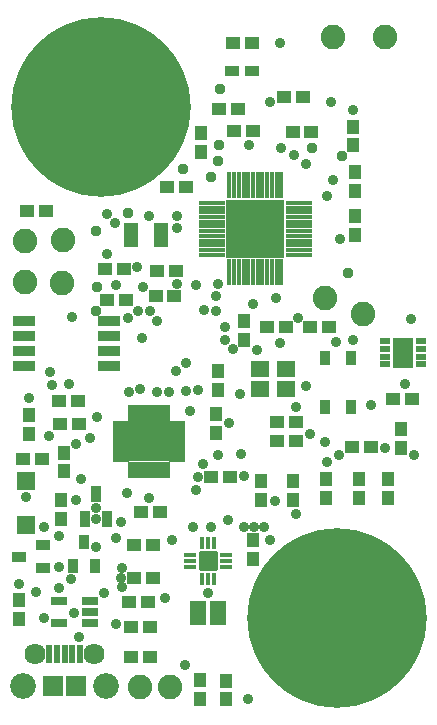
<source format=gbr>
G04 EAGLE Gerber RS-274X export*
G75*
%MOMM*%
%FSLAX34Y34*%
%LPD*%
%INSoldermask Top*%
%IPPOS*%
%AMOC8*
5,1,8,0,0,1.08239X$1,22.5*%
G01*
%ADD10R,1.103200X1.253200*%
%ADD11R,1.603200X1.603200*%
%ADD12R,1.403200X0.753200*%
%ADD13C,2.082800*%
%ADD14R,0.838200X1.219200*%
%ADD15R,1.253200X1.103200*%
%ADD16R,0.853200X1.453200*%
%ADD17R,1.403200X2.003200*%
%ADD18R,1.303200X0.853200*%
%ADD19R,0.473200X1.353200*%
%ADD20R,1.353200X0.473200*%
%ADD21R,3.353200X3.353200*%
%ADD22R,2.203200X0.403200*%
%ADD23R,0.403200X2.203200*%
%ADD24R,4.903200X4.903200*%
%ADD25C,1.111200*%
%ADD26R,0.953200X0.553200*%
%ADD27R,1.803200X2.603200*%
%ADD28R,1.853200X0.853200*%
%ADD29R,1.303200X0.953200*%
%ADD30R,0.453200X1.057200*%
%ADD31R,1.057200X0.453200*%
%ADD32C,0.247978*%
%ADD33R,1.303200X2.103200*%
%ADD34R,1.603200X1.403200*%
%ADD35R,0.853200X1.253200*%
%ADD36R,0.603200X1.553200*%
%ADD37C,1.785400*%
%ADD38C,2.183200*%
%ADD39R,1.703200X1.753200*%
%ADD40C,0.908800*%
%ADD41C,0.958800*%
%ADD42C,1.403200*%
%ADD43C,15.203200*%


D10*
X168400Y30500D03*
X168400Y14500D03*
X15000Y82000D03*
X15000Y98000D03*
X213360Y132570D03*
X213360Y148570D03*
D11*
X20600Y162100D03*
X20600Y199100D03*
D12*
X74700Y78500D03*
X74700Y88000D03*
X74700Y97500D03*
X48700Y97500D03*
X48700Y78500D03*
D13*
X142500Y24800D03*
X117100Y24800D03*
D14*
X69800Y147200D03*
X79300Y127200D03*
X60300Y127200D03*
D15*
X108000Y96380D03*
X124000Y96380D03*
X18400Y217400D03*
X34400Y217400D03*
D10*
X219600Y182600D03*
X219600Y198600D03*
D15*
X128000Y117000D03*
X112000Y117000D03*
D16*
X70500Y167000D03*
X89500Y167000D03*
X80000Y188000D03*
D15*
X49000Y267000D03*
X65000Y267000D03*
D17*
X183420Y87500D03*
X166420Y87500D03*
D10*
X190500Y14000D03*
X190500Y30000D03*
D15*
X110000Y50000D03*
X126000Y50000D03*
D18*
X35500Y125400D03*
X35500Y144600D03*
X14500Y135000D03*
D15*
X110000Y75000D03*
X126000Y75000D03*
D19*
X110000Y208500D03*
X115000Y208500D03*
X120000Y208500D03*
X125000Y208500D03*
X130000Y208500D03*
X135000Y208500D03*
X140000Y208500D03*
D20*
X149000Y217500D03*
X149000Y222500D03*
X149000Y227500D03*
X149000Y232500D03*
X149000Y237500D03*
X149000Y242500D03*
X149000Y247500D03*
D19*
X140000Y256500D03*
X135000Y256500D03*
X130000Y256500D03*
X125000Y256500D03*
X120000Y256500D03*
X115000Y256500D03*
X110000Y256500D03*
D20*
X101000Y247500D03*
X101000Y242500D03*
X101000Y237500D03*
X101000Y232500D03*
X101000Y227500D03*
X101000Y222500D03*
X101000Y217500D03*
D21*
X125000Y232500D03*
D10*
X23000Y255000D03*
X23000Y239000D03*
D15*
X22000Y427500D03*
X38000Y427500D03*
D10*
X327500Y184500D03*
X327500Y200500D03*
X302500Y184500D03*
X302500Y200500D03*
X275000Y184500D03*
X275000Y200500D03*
D15*
X134000Y173000D03*
X118000Y173000D03*
X49500Y247500D03*
X65500Y247500D03*
X233500Y232500D03*
X249500Y232500D03*
X177500Y202000D03*
X193500Y202000D03*
D10*
X182000Y255500D03*
X182000Y239500D03*
X246500Y199000D03*
X246500Y183000D03*
D15*
X128000Y145000D03*
X112000Y145000D03*
D10*
X50000Y183000D03*
X50000Y167000D03*
X53000Y223000D03*
X53000Y207000D03*
D22*
X178000Y434500D03*
X178000Y430500D03*
X178000Y426500D03*
X178000Y422500D03*
X178000Y418500D03*
X178000Y414500D03*
X178000Y410500D03*
X178000Y406500D03*
X178000Y402500D03*
X178000Y398500D03*
X178000Y394500D03*
X178000Y390500D03*
D23*
X193000Y375500D03*
X197000Y375500D03*
X201000Y375500D03*
X205000Y375500D03*
X209000Y375500D03*
X213000Y375500D03*
X217000Y375500D03*
X221000Y375500D03*
X225000Y375500D03*
X229000Y375500D03*
X233000Y375500D03*
X237000Y375500D03*
D22*
X252000Y390500D03*
X252000Y394500D03*
X252000Y398500D03*
X252000Y402500D03*
X252000Y406500D03*
X252000Y410500D03*
X252000Y414500D03*
X252000Y418500D03*
X252000Y422500D03*
X252000Y426500D03*
X252000Y430500D03*
X252000Y434500D03*
D23*
X237000Y449500D03*
X233000Y449500D03*
X229000Y449500D03*
X225000Y449500D03*
X221000Y449500D03*
X217000Y449500D03*
X213000Y449500D03*
X209000Y449500D03*
X205000Y449500D03*
X201000Y449500D03*
X197000Y449500D03*
X193000Y449500D03*
D24*
X215000Y412500D03*
D25*
X197000Y430500D03*
X197000Y418500D03*
X197000Y406500D03*
X197000Y394500D03*
X209000Y430500D03*
X209000Y418500D03*
X209000Y406500D03*
X209000Y394500D03*
X221000Y430500D03*
X221000Y418500D03*
X221000Y406500D03*
X221000Y394500D03*
X233000Y430500D03*
X233000Y418500D03*
X233000Y406500D03*
X233000Y394500D03*
D15*
X87500Y378500D03*
X103500Y378500D03*
X140000Y448000D03*
X156000Y448000D03*
X105500Y352500D03*
X89500Y352500D03*
D10*
X205000Y334500D03*
X205000Y318500D03*
X299500Y423000D03*
X299500Y407000D03*
D15*
X240500Y329000D03*
X224500Y329000D03*
X261000Y329000D03*
X277000Y329000D03*
D10*
X299500Y444500D03*
X299500Y460500D03*
X297500Y483000D03*
X297500Y499000D03*
D15*
X262500Y494500D03*
X246500Y494500D03*
X255500Y524000D03*
X239500Y524000D03*
X184500Y514000D03*
X200500Y514000D03*
X213000Y495000D03*
X197000Y495000D03*
D10*
X338000Y243000D03*
X338000Y227000D03*
X169000Y493500D03*
X169000Y477500D03*
D26*
X325000Y317250D03*
X325000Y310750D03*
X325000Y304250D03*
X325000Y297750D03*
X355000Y297750D03*
X355000Y304250D03*
X355000Y310750D03*
X355000Y317250D03*
D27*
X340000Y307500D03*
D15*
X249500Y249000D03*
X233500Y249000D03*
X331500Y268500D03*
X347500Y268500D03*
D28*
X91000Y295950D03*
X91000Y308650D03*
X91000Y321350D03*
X91000Y334050D03*
X19000Y334050D03*
X19000Y321350D03*
X19000Y308650D03*
X19000Y295950D03*
D15*
X130500Y355500D03*
X146500Y355500D03*
X131500Y376500D03*
X147500Y376500D03*
X312500Y227500D03*
X296500Y227500D03*
D29*
X212500Y546000D03*
X195500Y546000D03*
D13*
X51000Y367000D03*
X52000Y403000D03*
X281000Y575000D03*
X20000Y402500D03*
X20000Y367500D03*
X306500Y340000D03*
X325000Y575000D03*
X274000Y353500D03*
D30*
X170000Y116230D03*
X175000Y116230D03*
X180000Y116230D03*
D31*
X190270Y126500D03*
X190270Y131500D03*
X190270Y136500D03*
D30*
X180000Y146770D03*
X175000Y146770D03*
X170000Y146770D03*
D31*
X159730Y136500D03*
X159730Y131500D03*
X159730Y126500D03*
D32*
X182026Y124474D02*
X182026Y138526D01*
X182026Y124474D02*
X167974Y124474D01*
X167974Y138526D01*
X182026Y138526D01*
X182026Y126830D02*
X167974Y126830D01*
X167974Y129186D02*
X182026Y129186D01*
X182026Y131542D02*
X167974Y131542D01*
X167974Y133898D02*
X182026Y133898D01*
X182026Y136254D02*
X167974Y136254D01*
D33*
X110000Y407500D03*
X135000Y407500D03*
D34*
X241000Y293500D03*
X219000Y293500D03*
X219000Y276500D03*
X241000Y276500D03*
D35*
X274250Y261750D03*
X274250Y303250D03*
X295750Y261750D03*
X295750Y303250D03*
D36*
X40500Y52480D03*
X47000Y52480D03*
X53500Y52480D03*
X60000Y52480D03*
X66500Y52480D03*
D37*
X28500Y52480D03*
X78500Y52480D03*
D38*
X18500Y25480D03*
X88500Y25480D03*
D39*
X43500Y25480D03*
X63500Y25480D03*
D15*
X196000Y570000D03*
X212000Y570000D03*
D10*
X183000Y276000D03*
X183000Y292000D03*
D40*
X101000Y117000D03*
X102000Y125000D03*
X102000Y109000D03*
X213440Y159750D03*
X222000Y160000D03*
X205000Y160000D03*
X209000Y14000D03*
X15000Y112000D03*
X66000Y67000D03*
X177000Y160000D03*
X227000Y520000D03*
X298000Y513000D03*
X258000Y279000D03*
X283000Y317000D03*
X43000Y280000D03*
X276000Y215000D03*
X249000Y171000D03*
X175000Y104000D03*
X63000Y230330D03*
X80000Y176000D03*
X23000Y269000D03*
X349000Y221000D03*
X274000Y232000D03*
X205000Y203000D03*
D41*
X154000Y463000D03*
X80000Y343000D03*
D40*
X116000Y343000D03*
X120000Y363000D03*
X115178Y380000D03*
X60000Y338000D03*
X209322Y483000D03*
X237000Y481000D03*
X61000Y87000D03*
D42*
X125000Y232500D03*
D40*
X41000Y291000D03*
X342000Y281000D03*
X347000Y336000D03*
X279000Y520000D03*
X236000Y570000D03*
D41*
X183000Y470000D03*
D40*
X191595Y165688D03*
X260985Y239078D03*
X189000Y318000D03*
X183487Y365940D03*
X36000Y83000D03*
X29000Y105000D03*
X87000Y104000D03*
X80000Y143000D03*
X97000Y365000D03*
X227000Y149000D03*
X232000Y182000D03*
X36000Y160000D03*
X80000Y166658D03*
X97155Y150495D03*
X100965Y163830D03*
X144000Y149000D03*
X138678Y100000D03*
X49000Y108000D03*
X49000Y126000D03*
X49000Y152000D03*
X21000Y185000D03*
X162000Y160000D03*
X165000Y191000D03*
X57000Y281000D03*
X67000Y201000D03*
X183000Y221000D03*
X125000Y184806D03*
X159366Y258366D03*
X182000Y342617D03*
X193000Y248000D03*
X203000Y222000D03*
X155000Y43000D03*
X97000Y78000D03*
X59000Y116000D03*
X107000Y337000D03*
X119000Y320000D03*
X189000Y329000D03*
X182000Y355261D03*
X131576Y274000D03*
X117000Y277000D03*
X131923Y334328D03*
X141440Y274000D03*
X108000Y274000D03*
X164783Y364808D03*
X148000Y292000D03*
X126000Y342694D03*
X166731Y276269D03*
X171105Y344000D03*
X96203Y417195D03*
X156210Y275273D03*
X166688Y201930D03*
X285750Y220980D03*
X156210Y299000D03*
X106000Y189000D03*
X171000Y213000D03*
X81000Y253000D03*
X40000Y237000D03*
X75000Y235000D03*
X63000Y183000D03*
D41*
X293000Y375000D03*
D40*
X149000Y413000D03*
X149000Y366000D03*
X325000Y227000D03*
X313000Y263000D03*
X249000Y262000D03*
X216000Y310000D03*
X232500Y354254D03*
D41*
X177000Y456000D03*
X107000Y426000D03*
D40*
X89000Y425000D03*
X89000Y391000D03*
X149000Y423000D03*
X125000Y423000D03*
D41*
X81000Y363000D03*
X80000Y411000D03*
X263000Y481000D03*
X288000Y474000D03*
D40*
X251000Y337000D03*
X275331Y440000D03*
D41*
X185000Y531000D03*
X184000Y483000D03*
D40*
X213164Y348836D03*
X195623Y310623D03*
X286703Y403860D03*
X258175Y467580D03*
X298000Y318000D03*
X248000Y475000D03*
D43*
X284000Y83000D03*
X84000Y516000D03*
D40*
X236000Y316000D03*
X202000Y273000D03*
X280653Y453578D03*
M02*

</source>
